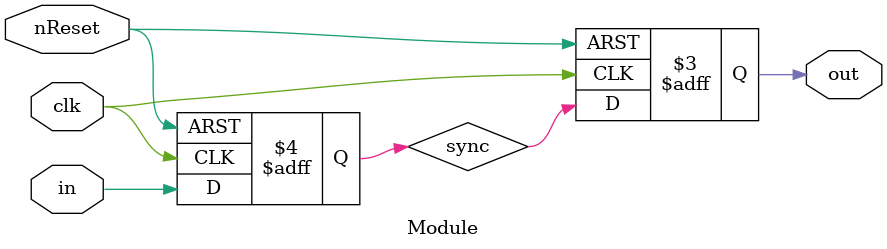
<source format=sv>
module Module (
    input clk,
    input nReset,

    input in,

    output logic out
);

  logic sync;

  always_ff @(posedge clk, negedge nReset) begin
    if (!nReset) begin
      sync <= 0;
      out  <= 0;
    end else begin
      sync <= in;
      out  <= sync;
    end
  end

endmodule

</source>
